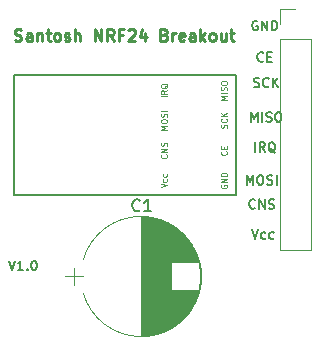
<source format=gbr>
G04 #@! TF.FileFunction,Legend,Top*
%FSLAX46Y46*%
G04 Gerber Fmt 4.6, Leading zero omitted, Abs format (unit mm)*
G04 Created by KiCad (PCBNEW 4.0.7) date 02/12/18 20:49:11*
%MOMM*%
%LPD*%
G01*
G04 APERTURE LIST*
%ADD10C,0.100000*%
%ADD11C,0.250000*%
%ADD12C,0.200000*%
%ADD13C,0.120000*%
%ADD14C,0.150000*%
%ADD15C,0.125000*%
G04 APERTURE END LIST*
D10*
D11*
X128315651Y-112609262D02*
X128458508Y-112656881D01*
X128696604Y-112656881D01*
X128791842Y-112609262D01*
X128839461Y-112561643D01*
X128887080Y-112466405D01*
X128887080Y-112371167D01*
X128839461Y-112275929D01*
X128791842Y-112228310D01*
X128696604Y-112180690D01*
X128506127Y-112133071D01*
X128410889Y-112085452D01*
X128363270Y-112037833D01*
X128315651Y-111942595D01*
X128315651Y-111847357D01*
X128363270Y-111752119D01*
X128410889Y-111704500D01*
X128506127Y-111656881D01*
X128744223Y-111656881D01*
X128887080Y-111704500D01*
X129744223Y-112656881D02*
X129744223Y-112133071D01*
X129696604Y-112037833D01*
X129601366Y-111990214D01*
X129410889Y-111990214D01*
X129315651Y-112037833D01*
X129744223Y-112609262D02*
X129648985Y-112656881D01*
X129410889Y-112656881D01*
X129315651Y-112609262D01*
X129268032Y-112514024D01*
X129268032Y-112418786D01*
X129315651Y-112323548D01*
X129410889Y-112275929D01*
X129648985Y-112275929D01*
X129744223Y-112228310D01*
X130220413Y-111990214D02*
X130220413Y-112656881D01*
X130220413Y-112085452D02*
X130268032Y-112037833D01*
X130363270Y-111990214D01*
X130506128Y-111990214D01*
X130601366Y-112037833D01*
X130648985Y-112133071D01*
X130648985Y-112656881D01*
X130982318Y-111990214D02*
X131363270Y-111990214D01*
X131125175Y-111656881D02*
X131125175Y-112514024D01*
X131172794Y-112609262D01*
X131268032Y-112656881D01*
X131363270Y-112656881D01*
X131839461Y-112656881D02*
X131744223Y-112609262D01*
X131696604Y-112561643D01*
X131648985Y-112466405D01*
X131648985Y-112180690D01*
X131696604Y-112085452D01*
X131744223Y-112037833D01*
X131839461Y-111990214D01*
X131982319Y-111990214D01*
X132077557Y-112037833D01*
X132125176Y-112085452D01*
X132172795Y-112180690D01*
X132172795Y-112466405D01*
X132125176Y-112561643D01*
X132077557Y-112609262D01*
X131982319Y-112656881D01*
X131839461Y-112656881D01*
X132553747Y-112609262D02*
X132648985Y-112656881D01*
X132839461Y-112656881D01*
X132934700Y-112609262D01*
X132982319Y-112514024D01*
X132982319Y-112466405D01*
X132934700Y-112371167D01*
X132839461Y-112323548D01*
X132696604Y-112323548D01*
X132601366Y-112275929D01*
X132553747Y-112180690D01*
X132553747Y-112133071D01*
X132601366Y-112037833D01*
X132696604Y-111990214D01*
X132839461Y-111990214D01*
X132934700Y-112037833D01*
X133410890Y-112656881D02*
X133410890Y-111656881D01*
X133839462Y-112656881D02*
X133839462Y-112133071D01*
X133791843Y-112037833D01*
X133696605Y-111990214D01*
X133553747Y-111990214D01*
X133458509Y-112037833D01*
X133410890Y-112085452D01*
X135077557Y-112656881D02*
X135077557Y-111656881D01*
X135648986Y-112656881D01*
X135648986Y-111656881D01*
X136696605Y-112656881D02*
X136363271Y-112180690D01*
X136125176Y-112656881D02*
X136125176Y-111656881D01*
X136506129Y-111656881D01*
X136601367Y-111704500D01*
X136648986Y-111752119D01*
X136696605Y-111847357D01*
X136696605Y-111990214D01*
X136648986Y-112085452D01*
X136601367Y-112133071D01*
X136506129Y-112180690D01*
X136125176Y-112180690D01*
X137458510Y-112133071D02*
X137125176Y-112133071D01*
X137125176Y-112656881D02*
X137125176Y-111656881D01*
X137601367Y-111656881D01*
X137934700Y-111752119D02*
X137982319Y-111704500D01*
X138077557Y-111656881D01*
X138315653Y-111656881D01*
X138410891Y-111704500D01*
X138458510Y-111752119D01*
X138506129Y-111847357D01*
X138506129Y-111942595D01*
X138458510Y-112085452D01*
X137887081Y-112656881D01*
X138506129Y-112656881D01*
X139363272Y-111990214D02*
X139363272Y-112656881D01*
X139125176Y-111609262D02*
X138887081Y-112323548D01*
X139506129Y-112323548D01*
X140982320Y-112133071D02*
X141125177Y-112180690D01*
X141172796Y-112228310D01*
X141220415Y-112323548D01*
X141220415Y-112466405D01*
X141172796Y-112561643D01*
X141125177Y-112609262D01*
X141029939Y-112656881D01*
X140648986Y-112656881D01*
X140648986Y-111656881D01*
X140982320Y-111656881D01*
X141077558Y-111704500D01*
X141125177Y-111752119D01*
X141172796Y-111847357D01*
X141172796Y-111942595D01*
X141125177Y-112037833D01*
X141077558Y-112085452D01*
X140982320Y-112133071D01*
X140648986Y-112133071D01*
X141648986Y-112656881D02*
X141648986Y-111990214D01*
X141648986Y-112180690D02*
X141696605Y-112085452D01*
X141744224Y-112037833D01*
X141839462Y-111990214D01*
X141934701Y-111990214D01*
X142648987Y-112609262D02*
X142553749Y-112656881D01*
X142363272Y-112656881D01*
X142268034Y-112609262D01*
X142220415Y-112514024D01*
X142220415Y-112133071D01*
X142268034Y-112037833D01*
X142363272Y-111990214D01*
X142553749Y-111990214D01*
X142648987Y-112037833D01*
X142696606Y-112133071D01*
X142696606Y-112228310D01*
X142220415Y-112323548D01*
X143553749Y-112656881D02*
X143553749Y-112133071D01*
X143506130Y-112037833D01*
X143410892Y-111990214D01*
X143220415Y-111990214D01*
X143125177Y-112037833D01*
X143553749Y-112609262D02*
X143458511Y-112656881D01*
X143220415Y-112656881D01*
X143125177Y-112609262D01*
X143077558Y-112514024D01*
X143077558Y-112418786D01*
X143125177Y-112323548D01*
X143220415Y-112275929D01*
X143458511Y-112275929D01*
X143553749Y-112228310D01*
X144029939Y-112656881D02*
X144029939Y-111656881D01*
X144125177Y-112275929D02*
X144410892Y-112656881D01*
X144410892Y-111990214D02*
X144029939Y-112371167D01*
X144982320Y-112656881D02*
X144887082Y-112609262D01*
X144839463Y-112561643D01*
X144791844Y-112466405D01*
X144791844Y-112180690D01*
X144839463Y-112085452D01*
X144887082Y-112037833D01*
X144982320Y-111990214D01*
X145125178Y-111990214D01*
X145220416Y-112037833D01*
X145268035Y-112085452D01*
X145315654Y-112180690D01*
X145315654Y-112466405D01*
X145268035Y-112561643D01*
X145220416Y-112609262D01*
X145125178Y-112656881D01*
X144982320Y-112656881D01*
X146172797Y-111990214D02*
X146172797Y-112656881D01*
X145744225Y-111990214D02*
X145744225Y-112514024D01*
X145791844Y-112609262D01*
X145887082Y-112656881D01*
X146029940Y-112656881D01*
X146125178Y-112609262D01*
X146172797Y-112561643D01*
X146506130Y-111990214D02*
X146887082Y-111990214D01*
X146648987Y-111656881D02*
X146648987Y-112514024D01*
X146696606Y-112609262D01*
X146791844Y-112656881D01*
X146887082Y-112656881D01*
D12*
X127812952Y-131260905D02*
X128079619Y-132060905D01*
X128346286Y-131260905D01*
X129032000Y-132060905D02*
X128574857Y-132060905D01*
X128803428Y-132060905D02*
X128803428Y-131260905D01*
X128727238Y-131375190D01*
X128651047Y-131451381D01*
X128574857Y-131489476D01*
X129374857Y-131984714D02*
X129412952Y-132022810D01*
X129374857Y-132060905D01*
X129336762Y-132022810D01*
X129374857Y-131984714D01*
X129374857Y-132060905D01*
X129908190Y-131260905D02*
X129984381Y-131260905D01*
X130060571Y-131299000D01*
X130098666Y-131337095D01*
X130136762Y-131413286D01*
X130174857Y-131565667D01*
X130174857Y-131756143D01*
X130136762Y-131908524D01*
X130098666Y-131984714D01*
X130060571Y-132022810D01*
X129984381Y-132060905D01*
X129908190Y-132060905D01*
X129832000Y-132022810D01*
X129793904Y-131984714D01*
X129755809Y-131908524D01*
X129717714Y-131756143D01*
X129717714Y-131565667D01*
X129755809Y-131413286D01*
X129793904Y-131337095D01*
X129832000Y-131299000D01*
X129908190Y-131260905D01*
X148869477Y-110979000D02*
X148793286Y-110940905D01*
X148679001Y-110940905D01*
X148564715Y-110979000D01*
X148488524Y-111055190D01*
X148450429Y-111131381D01*
X148412334Y-111283762D01*
X148412334Y-111398048D01*
X148450429Y-111550429D01*
X148488524Y-111626619D01*
X148564715Y-111702810D01*
X148679001Y-111740905D01*
X148755191Y-111740905D01*
X148869477Y-111702810D01*
X148907572Y-111664714D01*
X148907572Y-111398048D01*
X148755191Y-111398048D01*
X149250429Y-111740905D02*
X149250429Y-110940905D01*
X149707572Y-111740905D01*
X149707572Y-110940905D01*
X150088524Y-111740905D02*
X150088524Y-110940905D01*
X150279000Y-110940905D01*
X150393286Y-110979000D01*
X150469477Y-111055190D01*
X150507572Y-111131381D01*
X150545667Y-111283762D01*
X150545667Y-111398048D01*
X150507572Y-111550429D01*
X150469477Y-111626619D01*
X150393286Y-111702810D01*
X150279000Y-111740905D01*
X150088524Y-111740905D01*
X149364714Y-114331714D02*
X149326619Y-114369810D01*
X149212333Y-114407905D01*
X149136143Y-114407905D01*
X149021857Y-114369810D01*
X148945666Y-114293619D01*
X148907571Y-114217429D01*
X148869476Y-114065048D01*
X148869476Y-113950762D01*
X148907571Y-113798381D01*
X148945666Y-113722190D01*
X149021857Y-113646000D01*
X149136143Y-113607905D01*
X149212333Y-113607905D01*
X149326619Y-113646000D01*
X149364714Y-113684095D01*
X149707571Y-113988857D02*
X149974238Y-113988857D01*
X150088524Y-114407905D02*
X149707571Y-114407905D01*
X149707571Y-113607905D01*
X150088524Y-113607905D01*
X148577429Y-116528810D02*
X148691715Y-116566905D01*
X148882191Y-116566905D01*
X148958381Y-116528810D01*
X148996477Y-116490714D01*
X149034572Y-116414524D01*
X149034572Y-116338333D01*
X148996477Y-116262143D01*
X148958381Y-116224048D01*
X148882191Y-116185952D01*
X148729810Y-116147857D01*
X148653619Y-116109762D01*
X148615524Y-116071667D01*
X148577429Y-115995476D01*
X148577429Y-115919286D01*
X148615524Y-115843095D01*
X148653619Y-115805000D01*
X148729810Y-115766905D01*
X148920286Y-115766905D01*
X149034572Y-115805000D01*
X149834572Y-116490714D02*
X149796477Y-116528810D01*
X149682191Y-116566905D01*
X149606001Y-116566905D01*
X149491715Y-116528810D01*
X149415524Y-116452619D01*
X149377429Y-116376429D01*
X149339334Y-116224048D01*
X149339334Y-116109762D01*
X149377429Y-115957381D01*
X149415524Y-115881190D01*
X149491715Y-115805000D01*
X149606001Y-115766905D01*
X149682191Y-115766905D01*
X149796477Y-115805000D01*
X149834572Y-115843095D01*
X150177429Y-116566905D02*
X150177429Y-115766905D01*
X150634572Y-116566905D02*
X150291715Y-116109762D01*
X150634572Y-115766905D02*
X150177429Y-116224048D01*
X148348857Y-119487905D02*
X148348857Y-118687905D01*
X148615524Y-119259333D01*
X148882191Y-118687905D01*
X148882191Y-119487905D01*
X149263143Y-119487905D02*
X149263143Y-118687905D01*
X149606000Y-119449810D02*
X149720286Y-119487905D01*
X149910762Y-119487905D01*
X149986952Y-119449810D01*
X150025048Y-119411714D01*
X150063143Y-119335524D01*
X150063143Y-119259333D01*
X150025048Y-119183143D01*
X149986952Y-119145048D01*
X149910762Y-119106952D01*
X149758381Y-119068857D01*
X149682190Y-119030762D01*
X149644095Y-118992667D01*
X149606000Y-118916476D01*
X149606000Y-118840286D01*
X149644095Y-118764095D01*
X149682190Y-118726000D01*
X149758381Y-118687905D01*
X149948857Y-118687905D01*
X150063143Y-118726000D01*
X150558381Y-118687905D02*
X150710762Y-118687905D01*
X150786953Y-118726000D01*
X150863143Y-118802190D01*
X150901238Y-118954571D01*
X150901238Y-119221238D01*
X150863143Y-119373619D01*
X150786953Y-119449810D01*
X150710762Y-119487905D01*
X150558381Y-119487905D01*
X150482191Y-119449810D01*
X150406000Y-119373619D01*
X150367905Y-119221238D01*
X150367905Y-118954571D01*
X150406000Y-118802190D01*
X150482191Y-118726000D01*
X150558381Y-118687905D01*
X148659953Y-122027905D02*
X148659953Y-121227905D01*
X149498048Y-122027905D02*
X149231381Y-121646952D01*
X149040905Y-122027905D02*
X149040905Y-121227905D01*
X149345667Y-121227905D01*
X149421858Y-121266000D01*
X149459953Y-121304095D01*
X149498048Y-121380286D01*
X149498048Y-121494571D01*
X149459953Y-121570762D01*
X149421858Y-121608857D01*
X149345667Y-121646952D01*
X149040905Y-121646952D01*
X150374239Y-122104095D02*
X150298048Y-122066000D01*
X150221858Y-121989810D01*
X150107572Y-121875524D01*
X150031381Y-121837429D01*
X149955191Y-121837429D01*
X149993286Y-122027905D02*
X149917096Y-121989810D01*
X149840905Y-121913619D01*
X149802810Y-121761238D01*
X149802810Y-121494571D01*
X149840905Y-121342190D01*
X149917096Y-121266000D01*
X149993286Y-121227905D01*
X150145667Y-121227905D01*
X150221858Y-121266000D01*
X150298048Y-121342190D01*
X150336143Y-121494571D01*
X150336143Y-121761238D01*
X150298048Y-121913619D01*
X150221858Y-121989810D01*
X150145667Y-122027905D01*
X149993286Y-122027905D01*
X147967857Y-124821905D02*
X147967857Y-124021905D01*
X148234524Y-124593333D01*
X148501191Y-124021905D01*
X148501191Y-124821905D01*
X149034524Y-124021905D02*
X149186905Y-124021905D01*
X149263096Y-124060000D01*
X149339286Y-124136190D01*
X149377381Y-124288571D01*
X149377381Y-124555238D01*
X149339286Y-124707619D01*
X149263096Y-124783810D01*
X149186905Y-124821905D01*
X149034524Y-124821905D01*
X148958334Y-124783810D01*
X148882143Y-124707619D01*
X148844048Y-124555238D01*
X148844048Y-124288571D01*
X148882143Y-124136190D01*
X148958334Y-124060000D01*
X149034524Y-124021905D01*
X149682143Y-124783810D02*
X149796429Y-124821905D01*
X149986905Y-124821905D01*
X150063095Y-124783810D01*
X150101191Y-124745714D01*
X150139286Y-124669524D01*
X150139286Y-124593333D01*
X150101191Y-124517143D01*
X150063095Y-124479048D01*
X149986905Y-124440952D01*
X149834524Y-124402857D01*
X149758333Y-124364762D01*
X149720238Y-124326667D01*
X149682143Y-124250476D01*
X149682143Y-124174286D01*
X149720238Y-124098095D01*
X149758333Y-124060000D01*
X149834524Y-124021905D01*
X150025000Y-124021905D01*
X150139286Y-124060000D01*
X150482143Y-124821905D02*
X150482143Y-124021905D01*
X148672619Y-126777714D02*
X148634524Y-126815810D01*
X148520238Y-126853905D01*
X148444048Y-126853905D01*
X148329762Y-126815810D01*
X148253571Y-126739619D01*
X148215476Y-126663429D01*
X148177381Y-126511048D01*
X148177381Y-126396762D01*
X148215476Y-126244381D01*
X148253571Y-126168190D01*
X148329762Y-126092000D01*
X148444048Y-126053905D01*
X148520238Y-126053905D01*
X148634524Y-126092000D01*
X148672619Y-126130095D01*
X149015476Y-126853905D02*
X149015476Y-126053905D01*
X149472619Y-126853905D01*
X149472619Y-126053905D01*
X149815476Y-126815810D02*
X149929762Y-126853905D01*
X150120238Y-126853905D01*
X150196428Y-126815810D01*
X150234524Y-126777714D01*
X150272619Y-126701524D01*
X150272619Y-126625333D01*
X150234524Y-126549143D01*
X150196428Y-126511048D01*
X150120238Y-126472952D01*
X149967857Y-126434857D01*
X149891666Y-126396762D01*
X149853571Y-126358667D01*
X149815476Y-126282476D01*
X149815476Y-126206286D01*
X149853571Y-126130095D01*
X149891666Y-126092000D01*
X149967857Y-126053905D01*
X150158333Y-126053905D01*
X150272619Y-126092000D01*
X148399619Y-128593905D02*
X148666286Y-129393905D01*
X148932953Y-128593905D01*
X149542476Y-129355810D02*
X149466286Y-129393905D01*
X149313905Y-129393905D01*
X149237714Y-129355810D01*
X149199619Y-129317714D01*
X149161524Y-129241524D01*
X149161524Y-129012952D01*
X149199619Y-128936762D01*
X149237714Y-128898667D01*
X149313905Y-128860571D01*
X149466286Y-128860571D01*
X149542476Y-128898667D01*
X150228190Y-129355810D02*
X150152000Y-129393905D01*
X149999619Y-129393905D01*
X149923428Y-129355810D01*
X149885333Y-129317714D01*
X149847238Y-129241524D01*
X149847238Y-129012952D01*
X149885333Y-128936762D01*
X149923428Y-128898667D01*
X149999619Y-128860571D01*
X150152000Y-128860571D01*
X150228190Y-128898667D01*
D13*
X150737619Y-130365000D02*
X153397619Y-130365000D01*
X150737619Y-112525000D02*
X150737619Y-130365000D01*
X153397619Y-112525000D02*
X153397619Y-130365000D01*
X150737619Y-112525000D02*
X153397619Y-112525000D01*
X150737619Y-111255000D02*
X150737619Y-109925000D01*
X150737619Y-109925000D02*
X152067619Y-109925000D01*
D14*
X146050000Y-115570000D02*
X147066000Y-115570000D01*
X147066000Y-115570000D02*
X147066000Y-125730000D01*
X147066000Y-125730000D02*
X146177000Y-125730000D01*
X146177000Y-125730000D02*
X145415000Y-125730000D01*
X145415000Y-125730000D02*
X144907000Y-125730000D01*
X146050000Y-125730000D02*
X128270000Y-125730000D01*
X128270000Y-125730000D02*
X128270000Y-115570000D01*
X128270000Y-115570000D02*
X146050000Y-115570000D01*
D13*
X143903437Y-131204736D02*
G75*
G03X134105643Y-131208000I-4898437J-1383264D01*
G01*
X143903437Y-133971264D02*
G75*
G02X134105643Y-133968000I-4898437J1383264D01*
G01*
X143903437Y-133971264D02*
G75*
G03X143904357Y-131208000I-4898437J1383264D01*
G01*
X139005000Y-127538000D02*
X139005000Y-137638000D01*
X139045000Y-127538000D02*
X139045000Y-137638000D01*
X139085000Y-127538000D02*
X139085000Y-137638000D01*
X139125000Y-127539000D02*
X139125000Y-137637000D01*
X139165000Y-127540000D02*
X139165000Y-137636000D01*
X139205000Y-127541000D02*
X139205000Y-137635000D01*
X139245000Y-127543000D02*
X139245000Y-137633000D01*
X139285000Y-127545000D02*
X139285000Y-137631000D01*
X139325000Y-127548000D02*
X139325000Y-137628000D01*
X139365000Y-127550000D02*
X139365000Y-137626000D01*
X139405000Y-127553000D02*
X139405000Y-137623000D01*
X139445000Y-127557000D02*
X139445000Y-137619000D01*
X139485000Y-127560000D02*
X139485000Y-137616000D01*
X139525000Y-127564000D02*
X139525000Y-137612000D01*
X139565000Y-127568000D02*
X139565000Y-137608000D01*
X139605000Y-127573000D02*
X139605000Y-137603000D01*
X139645000Y-127578000D02*
X139645000Y-137598000D01*
X139685000Y-127583000D02*
X139685000Y-137593000D01*
X139726000Y-127589000D02*
X139726000Y-137587000D01*
X139766000Y-127595000D02*
X139766000Y-137581000D01*
X139806000Y-127601000D02*
X139806000Y-137575000D01*
X139846000Y-127607000D02*
X139846000Y-137569000D01*
X139886000Y-127614000D02*
X139886000Y-137562000D01*
X139926000Y-127621000D02*
X139926000Y-137555000D01*
X139966000Y-127629000D02*
X139966000Y-137547000D01*
X140006000Y-127637000D02*
X140006000Y-137539000D01*
X140046000Y-127645000D02*
X140046000Y-137531000D01*
X140086000Y-127653000D02*
X140086000Y-137523000D01*
X140126000Y-127662000D02*
X140126000Y-137514000D01*
X140166000Y-127671000D02*
X140166000Y-137505000D01*
X140206000Y-127681000D02*
X140206000Y-137495000D01*
X140246000Y-127691000D02*
X140246000Y-137485000D01*
X140286000Y-127701000D02*
X140286000Y-137475000D01*
X140326000Y-127712000D02*
X140326000Y-137464000D01*
X140366000Y-127723000D02*
X140366000Y-137453000D01*
X140406000Y-127734000D02*
X140406000Y-137442000D01*
X140446000Y-127745000D02*
X140446000Y-137431000D01*
X140486000Y-127757000D02*
X140486000Y-137419000D01*
X140526000Y-127770000D02*
X140526000Y-137406000D01*
X140566000Y-127782000D02*
X140566000Y-137394000D01*
X140606000Y-127796000D02*
X140606000Y-137380000D01*
X140646000Y-127809000D02*
X140646000Y-137367000D01*
X140686000Y-127823000D02*
X140686000Y-137353000D01*
X140726000Y-127837000D02*
X140726000Y-137339000D01*
X140766000Y-127851000D02*
X140766000Y-137325000D01*
X140806000Y-127866000D02*
X140806000Y-137310000D01*
X140846000Y-127882000D02*
X140846000Y-137294000D01*
X140886000Y-127897000D02*
X140886000Y-137279000D01*
X140926000Y-127914000D02*
X140926000Y-137262000D01*
X140966000Y-127930000D02*
X140966000Y-137246000D01*
X141006000Y-127947000D02*
X141006000Y-137229000D01*
X141046000Y-127964000D02*
X141046000Y-137212000D01*
X141086000Y-127982000D02*
X141086000Y-137194000D01*
X141126000Y-128000000D02*
X141126000Y-137176000D01*
X141166000Y-128019000D02*
X141166000Y-137157000D01*
X141206000Y-128038000D02*
X141206000Y-137138000D01*
X141246000Y-128057000D02*
X141246000Y-137119000D01*
X141286000Y-128077000D02*
X141286000Y-137099000D01*
X141326000Y-128097000D02*
X141326000Y-137079000D01*
X141366000Y-128118000D02*
X141366000Y-137058000D01*
X141406000Y-128139000D02*
X141406000Y-137037000D01*
X141446000Y-128160000D02*
X141446000Y-137016000D01*
X141486000Y-128183000D02*
X141486000Y-136993000D01*
X141526000Y-128205000D02*
X141526000Y-136971000D01*
X141566000Y-128228000D02*
X141566000Y-136948000D01*
X141606000Y-128252000D02*
X141606000Y-131407000D01*
X141606000Y-133769000D02*
X141606000Y-136924000D01*
X141646000Y-128276000D02*
X141646000Y-131407000D01*
X141646000Y-133769000D02*
X141646000Y-136900000D01*
X141686000Y-128300000D02*
X141686000Y-131407000D01*
X141686000Y-133769000D02*
X141686000Y-136876000D01*
X141726000Y-128325000D02*
X141726000Y-131407000D01*
X141726000Y-133769000D02*
X141726000Y-136851000D01*
X141766000Y-128351000D02*
X141766000Y-131407000D01*
X141766000Y-133769000D02*
X141766000Y-136825000D01*
X141806000Y-128377000D02*
X141806000Y-131407000D01*
X141806000Y-133769000D02*
X141806000Y-136799000D01*
X141846000Y-128403000D02*
X141846000Y-131407000D01*
X141846000Y-133769000D02*
X141846000Y-136773000D01*
X141886000Y-128431000D02*
X141886000Y-131407000D01*
X141886000Y-133769000D02*
X141886000Y-136745000D01*
X141926000Y-128458000D02*
X141926000Y-131407000D01*
X141926000Y-133769000D02*
X141926000Y-136718000D01*
X141966000Y-128487000D02*
X141966000Y-131407000D01*
X141966000Y-133769000D02*
X141966000Y-136689000D01*
X142006000Y-128516000D02*
X142006000Y-131407000D01*
X142006000Y-133769000D02*
X142006000Y-136660000D01*
X142046000Y-128545000D02*
X142046000Y-131407000D01*
X142046000Y-133769000D02*
X142046000Y-136631000D01*
X142086000Y-128575000D02*
X142086000Y-131407000D01*
X142086000Y-133769000D02*
X142086000Y-136601000D01*
X142126000Y-128606000D02*
X142126000Y-131407000D01*
X142126000Y-133769000D02*
X142126000Y-136570000D01*
X142166000Y-128637000D02*
X142166000Y-131407000D01*
X142166000Y-133769000D02*
X142166000Y-136539000D01*
X142206000Y-128669000D02*
X142206000Y-131407000D01*
X142206000Y-133769000D02*
X142206000Y-136507000D01*
X142246000Y-128702000D02*
X142246000Y-131407000D01*
X142246000Y-133769000D02*
X142246000Y-136474000D01*
X142286000Y-128735000D02*
X142286000Y-131407000D01*
X142286000Y-133769000D02*
X142286000Y-136441000D01*
X142326000Y-128769000D02*
X142326000Y-131407000D01*
X142326000Y-133769000D02*
X142326000Y-136407000D01*
X142366000Y-128804000D02*
X142366000Y-131407000D01*
X142366000Y-133769000D02*
X142366000Y-136372000D01*
X142406000Y-128840000D02*
X142406000Y-131407000D01*
X142406000Y-133769000D02*
X142406000Y-136336000D01*
X142446000Y-128876000D02*
X142446000Y-131407000D01*
X142446000Y-133769000D02*
X142446000Y-136300000D01*
X142486000Y-128913000D02*
X142486000Y-131407000D01*
X142486000Y-133769000D02*
X142486000Y-136263000D01*
X142526000Y-128951000D02*
X142526000Y-131407000D01*
X142526000Y-133769000D02*
X142526000Y-136225000D01*
X142566000Y-128990000D02*
X142566000Y-131407000D01*
X142566000Y-133769000D02*
X142566000Y-136186000D01*
X142606000Y-129029000D02*
X142606000Y-131407000D01*
X142606000Y-133769000D02*
X142606000Y-136147000D01*
X142646000Y-129070000D02*
X142646000Y-131407000D01*
X142646000Y-133769000D02*
X142646000Y-136106000D01*
X142686000Y-129111000D02*
X142686000Y-131407000D01*
X142686000Y-133769000D02*
X142686000Y-136065000D01*
X142726000Y-129153000D02*
X142726000Y-131407000D01*
X142726000Y-133769000D02*
X142726000Y-136023000D01*
X142766000Y-129197000D02*
X142766000Y-131407000D01*
X142766000Y-133769000D02*
X142766000Y-135979000D01*
X142806000Y-129241000D02*
X142806000Y-131407000D01*
X142806000Y-133769000D02*
X142806000Y-135935000D01*
X142846000Y-129286000D02*
X142846000Y-131407000D01*
X142846000Y-133769000D02*
X142846000Y-135890000D01*
X142886000Y-129333000D02*
X142886000Y-131407000D01*
X142886000Y-133769000D02*
X142886000Y-135843000D01*
X142926000Y-129381000D02*
X142926000Y-131407000D01*
X142926000Y-133769000D02*
X142926000Y-135795000D01*
X142966000Y-129430000D02*
X142966000Y-131407000D01*
X142966000Y-133769000D02*
X142966000Y-135746000D01*
X143006000Y-129480000D02*
X143006000Y-131407000D01*
X143006000Y-133769000D02*
X143006000Y-135696000D01*
X143046000Y-129531000D02*
X143046000Y-131407000D01*
X143046000Y-133769000D02*
X143046000Y-135645000D01*
X143086000Y-129584000D02*
X143086000Y-131407000D01*
X143086000Y-133769000D02*
X143086000Y-135592000D01*
X143126000Y-129639000D02*
X143126000Y-131407000D01*
X143126000Y-133769000D02*
X143126000Y-135537000D01*
X143166000Y-129694000D02*
X143166000Y-131407000D01*
X143166000Y-133769000D02*
X143166000Y-135482000D01*
X143206000Y-129752000D02*
X143206000Y-131407000D01*
X143206000Y-133769000D02*
X143206000Y-135424000D01*
X143246000Y-129811000D02*
X143246000Y-131407000D01*
X143246000Y-133769000D02*
X143246000Y-135365000D01*
X143286000Y-129873000D02*
X143286000Y-131407000D01*
X143286000Y-133769000D02*
X143286000Y-135303000D01*
X143326000Y-129936000D02*
X143326000Y-131407000D01*
X143326000Y-133769000D02*
X143326000Y-135240000D01*
X143366000Y-130001000D02*
X143366000Y-131407000D01*
X143366000Y-133769000D02*
X143366000Y-135175000D01*
X143406000Y-130069000D02*
X143406000Y-131407000D01*
X143406000Y-133769000D02*
X143406000Y-135107000D01*
X143446000Y-130139000D02*
X143446000Y-131407000D01*
X143446000Y-133769000D02*
X143446000Y-135037000D01*
X143486000Y-130211000D02*
X143486000Y-131407000D01*
X143486000Y-133769000D02*
X143486000Y-134965000D01*
X143526000Y-130287000D02*
X143526000Y-131407000D01*
X143526000Y-133769000D02*
X143526000Y-134889000D01*
X143566000Y-130366000D02*
X143566000Y-131407000D01*
X143566000Y-133769000D02*
X143566000Y-134810000D01*
X143606000Y-130448000D02*
X143606000Y-131407000D01*
X143606000Y-133769000D02*
X143606000Y-134728000D01*
X143646000Y-130535000D02*
X143646000Y-131407000D01*
X143646000Y-133769000D02*
X143646000Y-134641000D01*
X143686000Y-130626000D02*
X143686000Y-131407000D01*
X143686000Y-133769000D02*
X143686000Y-134550000D01*
X143726000Y-130722000D02*
X143726000Y-131407000D01*
X143726000Y-133769000D02*
X143726000Y-134454000D01*
X143766000Y-130825000D02*
X143766000Y-131407000D01*
X143766000Y-133769000D02*
X143766000Y-134351000D01*
X143806000Y-130934000D02*
X143806000Y-131407000D01*
X143806000Y-133769000D02*
X143806000Y-134242000D01*
X143846000Y-131052000D02*
X143846000Y-131407000D01*
X143846000Y-133769000D02*
X143846000Y-134124000D01*
X143886000Y-131181000D02*
X143886000Y-131407000D01*
X143886000Y-133769000D02*
X143886000Y-133995000D01*
X143926000Y-131323000D02*
X143926000Y-131407000D01*
X143926000Y-133769000D02*
X143926000Y-133853000D01*
X143966000Y-131484000D02*
X143966000Y-133692000D01*
X144006000Y-131675000D02*
X144006000Y-133501000D01*
X144046000Y-131916000D02*
X144046000Y-133260000D01*
X144086000Y-132309000D02*
X144086000Y-132867000D01*
X132555000Y-132588000D02*
X134055000Y-132588000D01*
X133305000Y-131838000D02*
X133305000Y-133338000D01*
D15*
X140696190Y-125055237D02*
X141196190Y-124888570D01*
X140696190Y-124721904D01*
X141172381Y-124340952D02*
X141196190Y-124388571D01*
X141196190Y-124483809D01*
X141172381Y-124531428D01*
X141148571Y-124555237D01*
X141100952Y-124579047D01*
X140958095Y-124579047D01*
X140910476Y-124555237D01*
X140886667Y-124531428D01*
X140862857Y-124483809D01*
X140862857Y-124388571D01*
X140886667Y-124340952D01*
X141172381Y-123912381D02*
X141196190Y-123960000D01*
X141196190Y-124055238D01*
X141172381Y-124102857D01*
X141148571Y-124126666D01*
X141100952Y-124150476D01*
X140958095Y-124150476D01*
X140910476Y-124126666D01*
X140886667Y-124102857D01*
X140862857Y-124055238D01*
X140862857Y-123960000D01*
X140886667Y-123912381D01*
X141148571Y-122265238D02*
X141172381Y-122289048D01*
X141196190Y-122360476D01*
X141196190Y-122408095D01*
X141172381Y-122479524D01*
X141124762Y-122527143D01*
X141077143Y-122550952D01*
X140981905Y-122574762D01*
X140910476Y-122574762D01*
X140815238Y-122550952D01*
X140767619Y-122527143D01*
X140720000Y-122479524D01*
X140696190Y-122408095D01*
X140696190Y-122360476D01*
X140720000Y-122289048D01*
X140743810Y-122265238D01*
X141196190Y-122050952D02*
X140696190Y-122050952D01*
X141196190Y-121765238D01*
X140696190Y-121765238D01*
X141172381Y-121550952D02*
X141196190Y-121479523D01*
X141196190Y-121360476D01*
X141172381Y-121312857D01*
X141148571Y-121289047D01*
X141100952Y-121265238D01*
X141053333Y-121265238D01*
X141005714Y-121289047D01*
X140981905Y-121312857D01*
X140958095Y-121360476D01*
X140934286Y-121455714D01*
X140910476Y-121503333D01*
X140886667Y-121527142D01*
X140839048Y-121550952D01*
X140791429Y-121550952D01*
X140743810Y-121527142D01*
X140720000Y-121503333D01*
X140696190Y-121455714D01*
X140696190Y-121336666D01*
X140720000Y-121265238D01*
X141196190Y-120165714D02*
X140696190Y-120165714D01*
X141053333Y-119999048D01*
X140696190Y-119832381D01*
X141196190Y-119832381D01*
X140696190Y-119499047D02*
X140696190Y-119403809D01*
X140720000Y-119356190D01*
X140767619Y-119308571D01*
X140862857Y-119284762D01*
X141029524Y-119284762D01*
X141124762Y-119308571D01*
X141172381Y-119356190D01*
X141196190Y-119403809D01*
X141196190Y-119499047D01*
X141172381Y-119546666D01*
X141124762Y-119594285D01*
X141029524Y-119618095D01*
X140862857Y-119618095D01*
X140767619Y-119594285D01*
X140720000Y-119546666D01*
X140696190Y-119499047D01*
X141172381Y-119094285D02*
X141196190Y-119022856D01*
X141196190Y-118903809D01*
X141172381Y-118856190D01*
X141148571Y-118832380D01*
X141100952Y-118808571D01*
X141053333Y-118808571D01*
X141005714Y-118832380D01*
X140981905Y-118856190D01*
X140958095Y-118903809D01*
X140934286Y-118999047D01*
X140910476Y-119046666D01*
X140886667Y-119070475D01*
X140839048Y-119094285D01*
X140791429Y-119094285D01*
X140743810Y-119070475D01*
X140720000Y-119046666D01*
X140696190Y-118999047D01*
X140696190Y-118879999D01*
X140720000Y-118808571D01*
X141196190Y-118594285D02*
X140696190Y-118594285D01*
X141196190Y-117351904D02*
X140696190Y-117351904D01*
X141196190Y-116828095D02*
X140958095Y-116994762D01*
X141196190Y-117113809D02*
X140696190Y-117113809D01*
X140696190Y-116923333D01*
X140720000Y-116875714D01*
X140743810Y-116851905D01*
X140791429Y-116828095D01*
X140862857Y-116828095D01*
X140910476Y-116851905D01*
X140934286Y-116875714D01*
X140958095Y-116923333D01*
X140958095Y-117113809D01*
X141243810Y-116280476D02*
X141220000Y-116328095D01*
X141172381Y-116375714D01*
X141100952Y-116447143D01*
X141077143Y-116494762D01*
X141077143Y-116542381D01*
X141196190Y-116518571D02*
X141172381Y-116566190D01*
X141124762Y-116613809D01*
X141029524Y-116637619D01*
X140862857Y-116637619D01*
X140767619Y-116613809D01*
X140720000Y-116566190D01*
X140696190Y-116518571D01*
X140696190Y-116423333D01*
X140720000Y-116375714D01*
X140767619Y-116328095D01*
X140862857Y-116304286D01*
X141029524Y-116304286D01*
X141124762Y-116328095D01*
X141172381Y-116375714D01*
X141196190Y-116423333D01*
X141196190Y-116518571D01*
X146276190Y-117625714D02*
X145776190Y-117625714D01*
X146133333Y-117459048D01*
X145776190Y-117292381D01*
X146276190Y-117292381D01*
X146276190Y-117054285D02*
X145776190Y-117054285D01*
X146252381Y-116840000D02*
X146276190Y-116768571D01*
X146276190Y-116649524D01*
X146252381Y-116601905D01*
X146228571Y-116578095D01*
X146180952Y-116554286D01*
X146133333Y-116554286D01*
X146085714Y-116578095D01*
X146061905Y-116601905D01*
X146038095Y-116649524D01*
X146014286Y-116744762D01*
X145990476Y-116792381D01*
X145966667Y-116816190D01*
X145919048Y-116840000D01*
X145871429Y-116840000D01*
X145823810Y-116816190D01*
X145800000Y-116792381D01*
X145776190Y-116744762D01*
X145776190Y-116625714D01*
X145800000Y-116554286D01*
X145776190Y-116244762D02*
X145776190Y-116149524D01*
X145800000Y-116101905D01*
X145847619Y-116054286D01*
X145942857Y-116030477D01*
X146109524Y-116030477D01*
X146204762Y-116054286D01*
X146252381Y-116101905D01*
X146276190Y-116149524D01*
X146276190Y-116244762D01*
X146252381Y-116292381D01*
X146204762Y-116340000D01*
X146109524Y-116363810D01*
X145942857Y-116363810D01*
X145847619Y-116340000D01*
X145800000Y-116292381D01*
X145776190Y-116244762D01*
X146252381Y-120022857D02*
X146276190Y-119951428D01*
X146276190Y-119832381D01*
X146252381Y-119784762D01*
X146228571Y-119760952D01*
X146180952Y-119737143D01*
X146133333Y-119737143D01*
X146085714Y-119760952D01*
X146061905Y-119784762D01*
X146038095Y-119832381D01*
X146014286Y-119927619D01*
X145990476Y-119975238D01*
X145966667Y-119999047D01*
X145919048Y-120022857D01*
X145871429Y-120022857D01*
X145823810Y-119999047D01*
X145800000Y-119975238D01*
X145776190Y-119927619D01*
X145776190Y-119808571D01*
X145800000Y-119737143D01*
X146228571Y-119237143D02*
X146252381Y-119260953D01*
X146276190Y-119332381D01*
X146276190Y-119380000D01*
X146252381Y-119451429D01*
X146204762Y-119499048D01*
X146157143Y-119522857D01*
X146061905Y-119546667D01*
X145990476Y-119546667D01*
X145895238Y-119522857D01*
X145847619Y-119499048D01*
X145800000Y-119451429D01*
X145776190Y-119380000D01*
X145776190Y-119332381D01*
X145800000Y-119260953D01*
X145823810Y-119237143D01*
X146276190Y-119022857D02*
X145776190Y-119022857D01*
X146276190Y-118737143D02*
X145990476Y-118951429D01*
X145776190Y-118737143D02*
X146061905Y-119022857D01*
X146228571Y-121991428D02*
X146252381Y-122015238D01*
X146276190Y-122086666D01*
X146276190Y-122134285D01*
X146252381Y-122205714D01*
X146204762Y-122253333D01*
X146157143Y-122277142D01*
X146061905Y-122300952D01*
X145990476Y-122300952D01*
X145895238Y-122277142D01*
X145847619Y-122253333D01*
X145800000Y-122205714D01*
X145776190Y-122134285D01*
X145776190Y-122086666D01*
X145800000Y-122015238D01*
X145823810Y-121991428D01*
X146014286Y-121777142D02*
X146014286Y-121610476D01*
X146276190Y-121539047D02*
X146276190Y-121777142D01*
X145776190Y-121777142D01*
X145776190Y-121539047D01*
X145800000Y-124840953D02*
X145776190Y-124888572D01*
X145776190Y-124960000D01*
X145800000Y-125031429D01*
X145847619Y-125079048D01*
X145895238Y-125102857D01*
X145990476Y-125126667D01*
X146061905Y-125126667D01*
X146157143Y-125102857D01*
X146204762Y-125079048D01*
X146252381Y-125031429D01*
X146276190Y-124960000D01*
X146276190Y-124912381D01*
X146252381Y-124840953D01*
X146228571Y-124817143D01*
X146061905Y-124817143D01*
X146061905Y-124912381D01*
X146276190Y-124602857D02*
X145776190Y-124602857D01*
X146276190Y-124317143D01*
X145776190Y-124317143D01*
X146276190Y-124079047D02*
X145776190Y-124079047D01*
X145776190Y-123960000D01*
X145800000Y-123888571D01*
X145847619Y-123840952D01*
X145895238Y-123817143D01*
X145990476Y-123793333D01*
X146061905Y-123793333D01*
X146157143Y-123817143D01*
X146204762Y-123840952D01*
X146252381Y-123888571D01*
X146276190Y-123960000D01*
X146276190Y-124079047D01*
D14*
X138898334Y-126976143D02*
X138850715Y-127023762D01*
X138707858Y-127071381D01*
X138612620Y-127071381D01*
X138469762Y-127023762D01*
X138374524Y-126928524D01*
X138326905Y-126833286D01*
X138279286Y-126642810D01*
X138279286Y-126499952D01*
X138326905Y-126309476D01*
X138374524Y-126214238D01*
X138469762Y-126119000D01*
X138612620Y-126071381D01*
X138707858Y-126071381D01*
X138850715Y-126119000D01*
X138898334Y-126166619D01*
X139850715Y-127071381D02*
X139279286Y-127071381D01*
X139565000Y-127071381D02*
X139565000Y-126071381D01*
X139469762Y-126214238D01*
X139374524Y-126309476D01*
X139279286Y-126357095D01*
M02*

</source>
